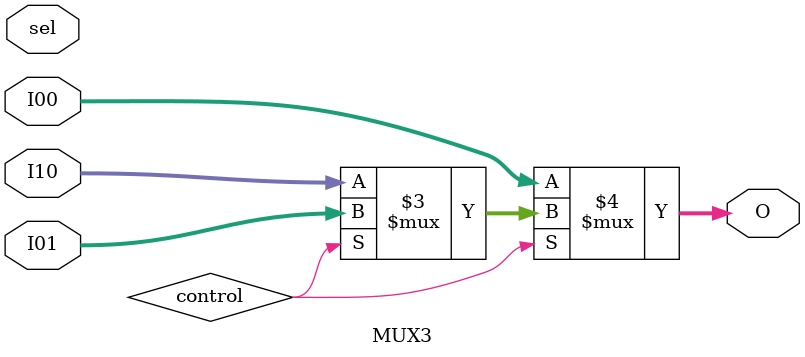
<source format=sv>

module MUX3 (
    input [1:0] sel,
    input [31:0] I00,
    input [31:0] I01,
    input [31:0] I10,
    output [31:0] O
);

assign O = (control == 2'b00) ? I00 :
           (control == 2'b01) ? I01 :
                                I10;

endmodule
</source>
